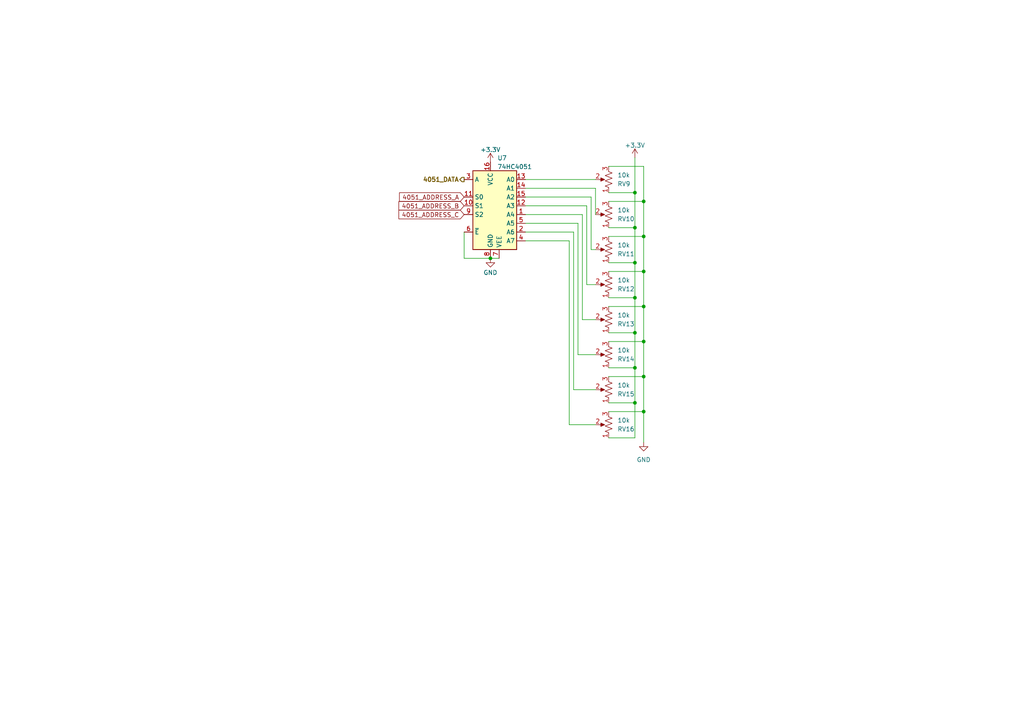
<source format=kicad_sch>
(kicad_sch (version 20230121) (generator eeschema)
  (paper "A4")
  (lib_symbols
    (symbol "74xx:74HC4051"
      (property "Reference" "U" (at -5.08 11.43 0))
      (property "Value" "74HC4051" (at -7.62 -13.97 0))
      (symbol "74HC4051_0_1"
        (rectangle (start -5.08 10.16) (end 7.62 -12.7) (stroke (width 0.254)) (fill (type background)))
      )
      (symbol "74HC4051_1_1"
        (pin passive line (at 10.16 -2.54 180) (length 2.54) (name "A4") (number "1"))
        (pin input line (at -7.62 0 0) (length 2.54) (name "S1") (number "10"))
        (pin input line (at -7.62 2.54 0) (length 2.54) (name "S0") (number "11"))
        (pin passive line (at 10.16 0 180) (length 2.54) (name "A3") (number "12"))
        (pin passive line (at 10.16 7.62 180) (length 2.54) (name "A0") (number "13"))
        (pin passive line (at 10.16 5.08 180) (length 2.54) (name "A1") (number "14"))
        (pin passive line (at 10.16 2.54 180) (length 2.54) (name "A2") (number "15"))
        (pin power_in line (at 0 12.7 270) (length 2.54) (name "VCC") (number "16"))
        (pin passive line (at 10.16 -7.62 180) (length 2.54) (name "A6") (number "2"))
        (pin passive line (at -7.62 7.62 0) (length 2.54) (name "A") (number "3"))
        (pin passive line (at 10.16 -10.16 180) (length 2.54) (name "A7") (number "4"))
        (pin passive line (at 10.16 -5.08 180) (length 2.54) (name "A5") (number "5"))
        (pin input line (at -7.62 -7.62 0) (length 2.54) (name "~{E}") (number "6"))
        (pin power_in line (at 2.54 -15.24 90) (length 2.54) (name "VEE") (number "7"))
        (pin power_in line (at 0 -15.24 90) (length 2.54) (name "GND") (number "8"))
        (pin input line (at -7.62 -2.54 0) (length 2.54) (name "S2") (number "9"))
      )
    )
    (symbol "Device:R_Potentiometer_US" (pin_names (offset 1.016) hide)
      (property "Reference" "RV" (at -4.445 0 90))
      (property "Value" "R_Potentiometer_US" (at -2.54 0 90))
      (symbol "R_Potentiometer_US_0_1"
        (polyline (pts (xy 0 -2.286) (xy 0 -2.54)))
        (polyline (pts (xy 0 2.54) (xy 0 2.286)))
        (polyline (pts (xy 2.54 0) (xy 1.524 0)))
        (polyline (pts (xy 1.143 0) (xy 2.286 0.508) (xy 2.286 -0.508) (xy 1.143 0)) (fill (type outline)))
        (polyline (pts (xy 0 -0.762) (xy 1.016 -1.143) (xy 0 -1.524) (xy -1.016 -1.905) (xy 0 -2.286)))
        (polyline (pts (xy 0 0.762) (xy 1.016 0.381) (xy 0 0) (xy -1.016 -0.381) (xy 0 -0.762)))
        (polyline (pts (xy 0 2.286) (xy 1.016 1.905) (xy 0 1.524) (xy -1.016 1.143) (xy 0 0.762)))
      )
      (symbol "R_Potentiometer_US_1_1"
        (pin passive line (at 0 3.81 270) (length 1.27) (name "1") (number "1"))
        (pin passive line (at 3.81 0 180) (length 1.27) (name "2") (number "2"))
        (pin passive line (at 0 -3.81 90) (length 1.27) (name "3") (number "3"))
      )
    )
    (symbol "power:+3.3V" (power) (pin_names (offset 0))
      (property "Value" "+3.3V" (at 0 3.556 0))
      (symbol "+3.3V_0_1"
        (polyline (pts (xy -0.762 1.27) (xy 0 2.54)))
        (polyline (pts (xy 0 0) (xy 0 2.54)))
        (polyline (pts (xy 0 2.54) (xy 0.762 1.27)))
      )
      (symbol "+3.3V_1_1"
        (pin power_in line (at 0 0 90) (length 0) hide (name "+3.3V") (number "1"))
      )
    )
    (symbol "power:GND" (power) (pin_names (offset 0))
      (property "Value" "GND" (at 0 -3.81 0))
      (symbol "GND_0_1"
        (polyline (pts (xy 0 0) (xy 0 -1.27) (xy 1.27 -1.27) (xy 0 -2.54) (xy -1.27 -1.27) (xy 0 -1.27)))
      )
      (symbol "GND_1_1"
        (pin power_in line (at 0 0 270) (length 0) hide (name "GND") (number "1"))
      )
    )
  )
  (junction (at 186.69 68.58))
  (junction (at 184.15 96.52))
  (junction (at 184.15 86.36))
  (junction (at 186.69 78.74))
  (junction (at 184.15 106.68))
  (junction (at 184.15 55.88))
  (junction (at 186.69 99.06))
  (junction (at 184.15 76.2))
  (junction (at 184.15 66.04))
  (junction (at 184.15 116.84))
  (junction (at 142.24 74.93))
  (junction (at 186.69 58.42))
  (junction (at 186.69 88.9))
  (junction (at 186.69 109.22))
  (junction (at 186.69 119.38))
  (wire (pts (xy 171.45 72.39) (xy 172.72 72.39)))
  (wire (pts (xy 172.72 92.71) (xy 168.91 92.71)))
  (wire (pts (xy 176.53 86.36) (xy 184.15 86.36)))
  (wire (pts (xy 176.53 88.9) (xy 186.69 88.9)))
  (wire (pts (xy 176.53 106.68) (xy 184.15 106.68)))
  (wire (pts (xy 176.53 48.26) (xy 186.69 48.26)))
  (wire (pts (xy 184.15 116.84) (xy 184.15 106.68)))
  (wire (pts (xy 152.4 57.15) (xy 171.45 57.15)))
  (wire (pts (xy 186.69 119.38) (xy 186.69 128.27)))
  (wire (pts (xy 176.53 116.84) (xy 184.15 116.84)))
  (wire (pts (xy 168.91 62.23) (xy 152.4 62.23)))
  (wire (pts (xy 186.69 48.26) (xy 186.69 58.42)))
  (wire (pts (xy 176.53 78.74) (xy 186.69 78.74)))
  (wire (pts (xy 170.18 59.69) (xy 170.18 82.55)))
  (wire (pts (xy 167.64 102.87) (xy 172.72 102.87)))
  (wire (pts (xy 168.91 92.71) (xy 168.91 62.23)))
  (wire (pts (xy 176.53 66.04) (xy 184.15 66.04)))
  (wire (pts (xy 186.69 119.38) (xy 176.53 119.38)))
  (wire (pts (xy 166.37 67.31) (xy 166.37 113.03)))
  (wire (pts (xy 186.69 58.42) (xy 186.69 68.58)))
  (wire (pts (xy 152.4 54.61) (xy 172.72 54.61)))
  (wire (pts (xy 165.1 123.19) (xy 165.1 69.85)))
  (wire (pts (xy 176.53 109.22) (xy 186.69 109.22)))
  (wire (pts (xy 184.15 66.04) (xy 184.15 55.88)))
  (wire (pts (xy 176.53 96.52) (xy 184.15 96.52)))
  (wire (pts (xy 184.15 86.36) (xy 184.15 76.2)))
  (wire (pts (xy 184.15 45.72) (xy 184.15 55.88)))
  (wire (pts (xy 170.18 82.55) (xy 172.72 82.55)))
  (wire (pts (xy 134.62 74.93) (xy 142.24 74.93)))
  (wire (pts (xy 165.1 69.85) (xy 152.4 69.85)))
  (wire (pts (xy 186.69 68.58) (xy 186.69 78.74)))
  (wire (pts (xy 142.24 74.93) (xy 144.78 74.93)))
  (wire (pts (xy 176.53 99.06) (xy 186.69 99.06)))
  (wire (pts (xy 186.69 109.22) (xy 186.69 119.38)))
  (wire (pts (xy 176.53 127) (xy 184.15 127)))
  (wire (pts (xy 152.4 67.31) (xy 166.37 67.31)))
  (wire (pts (xy 167.64 64.77) (xy 167.64 102.87)))
  (wire (pts (xy 176.53 68.58) (xy 186.69 68.58)))
  (wire (pts (xy 134.62 67.31) (xy 134.62 74.93)))
  (wire (pts (xy 186.69 78.74) (xy 186.69 88.9)))
  (wire (pts (xy 152.4 64.77) (xy 167.64 64.77)))
  (wire (pts (xy 152.4 52.07) (xy 172.72 52.07)))
  (wire (pts (xy 176.53 58.42) (xy 186.69 58.42)))
  (wire (pts (xy 186.69 99.06) (xy 186.69 109.22)))
  (wire (pts (xy 172.72 54.61) (xy 172.72 62.23)))
  (wire (pts (xy 184.15 76.2) (xy 184.15 66.04)))
  (wire (pts (xy 184.15 127) (xy 184.15 116.84)))
  (wire (pts (xy 172.72 123.19) (xy 165.1 123.19)))
  (wire (pts (xy 166.37 113.03) (xy 172.72 113.03)))
  (wire (pts (xy 186.69 88.9) (xy 186.69 99.06)))
  (wire (pts (xy 184.15 106.68) (xy 184.15 96.52)))
  (wire (pts (xy 176.53 76.2) (xy 184.15 76.2)))
  (wire (pts (xy 184.15 55.88) (xy 176.53 55.88)))
  (wire (pts (xy 152.4 59.69) (xy 170.18 59.69)))
  (wire (pts (xy 171.45 57.15) (xy 171.45 72.39)))
  (wire (pts (xy 184.15 96.52) (xy 184.15 86.36)))
  (global_label "4051_ADDRESS_B" (shape input) (at 134.62 59.69 180) (property "Intersheetrefs" "${INTERSHEET_REFS}" (effects hide)))
  (global_label "4051_ADDRESS_C" (shape input) (at 134.62 62.23 180) (property "Intersheetrefs" "${INTERSHEET_REFS}" (effects hide)))
  (global_label "4051_ADDRESS_A" (shape input) (at 134.62 57.15 180) (property "Intersheetrefs" "${INTERSHEET_REFS}" (effects hide)))
  (hierarchical_label "4051_DATA" (shape output) (at 134.62 52.07 180) (effects (font bold)))
  (symbol (lib_id "Device:R_Potentiometer_US") (at 176.53 102.87 180) (unit 1)
    (property "Reference" "RV14" (at 179.07 104.1401 0) (effects (justify right)))
    (property "Value" "10k" (at 179.07 101.6001 0) (effects (justify right)))
    (property "Footprint" "Library:Potentiometer_Alps_RK09K_vertical_biggerholes" (effects hide))
    (instances (project "dk2_01" (path "" (reference "RV14") (unit 1)) (path "" (reference "RV6") (unit 1))))
  )
  (symbol (lib_id "Device:R_Potentiometer_US") (at 176.53 123.19 180) (unit 1)
    (property "Reference" "RV16" (at 179.07 124.4601 0) (effects (justify right)))
    (property "Value" "10k" (at 179.07 121.9201 0) (effects (justify right)))
    (property "Footprint" "Library:Potentiometer_Alps_RK09K_vertical_biggerholes" (effects hide))
    (instances (project "dk2_01" (path "" (reference "RV16") (unit 1)) (path "" (reference "RV8") (unit 1))))
  )
  (symbol (lib_id "power:GND") (at 186.69 128.27 0) (unit 1)
    (property "Reference" "#PWR035" (effects hide))
    (property "Value" "GND" (at 186.69 133.35 0))
    (instances (project "dk2_01" (path "" (reference "#PWR035") (unit 1)) (path "" (reference "#PWR026") (unit 1))))
  )
  (symbol (lib_id "Device:R_Potentiometer_US") (at 176.53 52.07 180) (unit 1)
    (property "Reference" "RV9" (at 179.07 53.3401 0) (effects (justify right)))
    (property "Value" "10k" (at 179.07 50.8001 0) (effects (justify right)))
    (property "Footprint" "Library:Potentiometer_Alps_RK09K_vertical_biggerholes" (effects hide))
    (instances (project "dk2_01" (path "" (reference "RV9") (unit 1)) (path "" (reference "RV1") (unit 1))))
  )
  (symbol (lib_id "Device:R_Potentiometer_US") (at 176.53 72.39 180) (unit 1)
    (property "Reference" "RV11" (at 179.07 73.6601 0) (effects (justify right)))
    (property "Value" "10k" (at 179.07 71.1201 0) (effects (justify right)))
    (property "Footprint" "Library:Potentiometer_Alps_RK09K_vertical_biggerholes" (effects hide))
    (instances (project "dk2_01" (path "" (reference "RV11") (unit 1)) (path "" (reference "RV3") (unit 1))))
  )
  (symbol (lib_id "Device:R_Potentiometer_US") (at 176.53 82.55 180) (unit 1)
    (property "Reference" "RV12" (at 179.07 83.8201 0) (effects (justify right)))
    (property "Value" "10k" (at 179.07 81.2801 0) (effects (justify right)))
    (property "Footprint" "Library:Potentiometer_Alps_RK09K_vertical_biggerholes" (effects hide))
    (instances (project "dk2_01" (path "" (reference "RV12") (unit 1)) (path "" (reference "RV4") (unit 1))))
  )
  (symbol (lib_id "power:GND") (at 142.24 74.93 0) (unit 1)
    (property "Reference" "#PWR033" (effects hide))
    (property "Value" "GND" (at 142.24 79.0655 0))
    (instances (project "dk2_01" (path "" (reference "#PWR033") (unit 1)) (path "" (reference "#PWR024") (unit 1))))
  )
  (symbol (lib_id "Device:R_Potentiometer_US") (at 176.53 113.03 180) (unit 1)
    (property "Reference" "RV15" (at 179.07 114.3001 0) (effects (justify right)))
    (property "Value" "10k" (at 179.07 111.7601 0) (effects (justify right)))
    (property "Footprint" "Library:Potentiometer_Alps_RK09K_vertical_biggerholes" (effects hide))
    (instances (project "dk2_01" (path "" (reference "RV15") (unit 1)) (path "" (reference "RV7") (unit 1))))
  )
  (symbol (lib_id "power:+3.3V") (at 142.24 46.99 0) (unit 1)
    (property "Reference" "#PWR032" (effects hide))
    (property "Value" "+3.3V" (at 142.24 43.434 0))
    (instances (project "dk2_01" (path "" (reference "#PWR032") (unit 1)) (path "" (reference "#PWR023") (unit 1))))
  )
  (symbol (lib_id "Device:R_Potentiometer_US") (at 176.53 92.71 180) (unit 1)
    (property "Reference" "RV13" (at 179.07 93.9801 0) (effects (justify right)))
    (property "Value" "10k" (at 179.07 91.4401 0) (effects (justify right)))
    (property "Footprint" "Library:Potentiometer_Alps_RK09K_vertical_biggerholes" (effects hide))
    (instances (project "dk2_01" (path "" (reference "RV13") (unit 1)) (path "" (reference "RV5") (unit 1))))
  )
  (symbol (lib_id "Device:R_Potentiometer_US") (at 176.53 62.23 180) (unit 1)
    (property "Reference" "RV10" (at 179.07 63.5001 0) (effects (justify right)))
    (property "Value" "10k" (at 179.07 60.9601 0) (effects (justify right)))
    (property "Footprint" "Library:Potentiometer_Alps_RK09K_vertical_biggerholes" (effects hide))
    (instances (project "dk2_01" (path "" (reference "RV10") (unit 1)) (path "" (reference "RV2") (unit 1))))
  )
  (symbol (lib_id "74xx:74HC4051") (at 142.24 59.69 0) (unit 1)
    (property "Reference" "U7" (at 144.2594 45.8302 0) (effects (justify left)))
    (property "Value" "74HC4051" (at 144.2594 48.3671 0) (effects (justify left)))
    (property "Footprint" "Package_SO:SOIC-16_3.9x9.9mm_P1.27mm" (effects hide))
    (property "Datasheet" "http://www.ti.com/lit/ds/symlink/cd74hc4051.pdf" (effects hide))
  )
  (symbol (lib_id "power:+3.3V") (at 184.15 45.72 0) (unit 1)
    (property "Reference" "#PWR034" (effects hide))
    (property "Value" "+3.3V" (at 184.15 42.164 0))
    (instances (project "dk2_01" (path "" (reference "#PWR034") (unit 1)) (path "" (reference "#PWR025") (unit 1))))
  )
)
</source>
